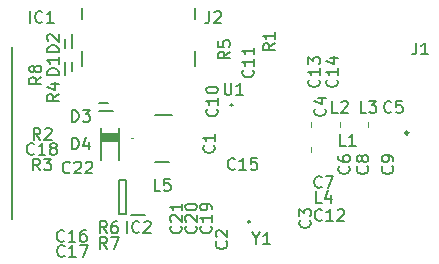
<source format=gto>
G04 #@! TF.GenerationSoftware,KiCad,Pcbnew,7.0.6-7.0.6~ubuntu23.04.1*
G04 #@! TF.CreationDate,2023-07-23T13:36:01+02:00*
G04 #@! TF.ProjectId,CoralWave,436f7261-6c57-4617-9665-2e6b69636164,rev?*
G04 #@! TF.SameCoordinates,Original*
G04 #@! TF.FileFunction,Legend,Top*
G04 #@! TF.FilePolarity,Positive*
%FSLAX46Y46*%
G04 Gerber Fmt 4.6, Leading zero omitted, Abs format (unit mm)*
G04 Created by KiCad (PCBNEW 7.0.6-7.0.6~ubuntu23.04.1) date 2023-07-23 13:36:01*
%MOMM*%
%LPD*%
G01*
G04 APERTURE LIST*
%ADD10C,0.153000*%
%ADD11C,0.100000*%
%ADD12C,0.200000*%
%ADD13C,0.250000*%
%ADD14C,0.127000*%
%ADD15C,0.010000*%
%ADD16R,1.100000X3.700000*%
%ADD17C,0.650000*%
%ADD18R,0.600000X1.030000*%
%ADD19R,0.600000X1.080000*%
%ADD20R,0.300000X1.150000*%
%ADD21O,1.050000X2.100000*%
%ADD22O,1.000000X2.000000*%
%ADD23R,0.947699X0.254800*%
%ADD24R,0.254800X0.947699*%
%ADD25R,0.650000X0.720000*%
%ADD26R,0.720000X0.650000*%
%ADD27R,0.900000X1.500000*%
%ADD28R,0.700000X0.700000*%
%ADD29R,5.080000X2.290000*%
%ADD30R,5.080000X2.415000*%
%ADD31R,0.600000X0.750000*%
%ADD32R,1.400000X1.200000*%
%ADD33R,0.600000X0.620000*%
%ADD34R,0.620000X0.600000*%
%ADD35R,0.900000X0.950000*%
%ADD36R,0.750000X0.600000*%
%ADD37R,0.750000X0.940000*%
%ADD38R,0.350000X0.650000*%
%ADD39R,1.219200X0.914400*%
%ADD40R,0.430000X0.320000*%
%ADD41R,0.320000X0.430000*%
%ADD42R,0.600000X0.700000*%
%ADD43R,1.200000X0.600000*%
G04 APERTURE END LIST*
D10*
X125123333Y-63954663D02*
X124647143Y-63954663D01*
X124647143Y-63954663D02*
X124647143Y-62954663D01*
X125932857Y-62954663D02*
X125456667Y-62954663D01*
X125456667Y-62954663D02*
X125409048Y-63430853D01*
X125409048Y-63430853D02*
X125456667Y-63383234D01*
X125456667Y-63383234D02*
X125551905Y-63335615D01*
X125551905Y-63335615D02*
X125790000Y-63335615D01*
X125790000Y-63335615D02*
X125885238Y-63383234D01*
X125885238Y-63383234D02*
X125932857Y-63430853D01*
X125932857Y-63430853D02*
X125980476Y-63526091D01*
X125980476Y-63526091D02*
X125980476Y-63764186D01*
X125980476Y-63764186D02*
X125932857Y-63859424D01*
X125932857Y-63859424D02*
X125885238Y-63907044D01*
X125885238Y-63907044D02*
X125790000Y-63954663D01*
X125790000Y-63954663D02*
X125551905Y-63954663D01*
X125551905Y-63954663D02*
X125456667Y-63907044D01*
X125456667Y-63907044D02*
X125409048Y-63859424D01*
X129266666Y-48754663D02*
X129266666Y-49468948D01*
X129266666Y-49468948D02*
X129219047Y-49611805D01*
X129219047Y-49611805D02*
X129123809Y-49707044D01*
X129123809Y-49707044D02*
X128980952Y-49754663D01*
X128980952Y-49754663D02*
X128885714Y-49754663D01*
X129695238Y-48849901D02*
X129742857Y-48802282D01*
X129742857Y-48802282D02*
X129838095Y-48754663D01*
X129838095Y-48754663D02*
X130076190Y-48754663D01*
X130076190Y-48754663D02*
X130171428Y-48802282D01*
X130171428Y-48802282D02*
X130219047Y-48849901D01*
X130219047Y-48849901D02*
X130266666Y-48945139D01*
X130266666Y-48945139D02*
X130266666Y-49040377D01*
X130266666Y-49040377D02*
X130219047Y-49183234D01*
X130219047Y-49183234D02*
X129647619Y-49754663D01*
X129647619Y-49754663D02*
X130266666Y-49754663D01*
X130556095Y-54826663D02*
X130556095Y-55636186D01*
X130556095Y-55636186D02*
X130603714Y-55731424D01*
X130603714Y-55731424D02*
X130651333Y-55779044D01*
X130651333Y-55779044D02*
X130746571Y-55826663D01*
X130746571Y-55826663D02*
X130937047Y-55826663D01*
X130937047Y-55826663D02*
X131032285Y-55779044D01*
X131032285Y-55779044D02*
X131079904Y-55731424D01*
X131079904Y-55731424D02*
X131127523Y-55636186D01*
X131127523Y-55636186D02*
X131127523Y-54826663D01*
X132127523Y-55826663D02*
X131556095Y-55826663D01*
X131841809Y-55826663D02*
X131841809Y-54826663D01*
X131841809Y-54826663D02*
X131746571Y-54969520D01*
X131746571Y-54969520D02*
X131651333Y-55064758D01*
X131651333Y-55064758D02*
X131556095Y-55112377D01*
X114085810Y-49730663D02*
X114085810Y-48730663D01*
X115133428Y-49635424D02*
X115085809Y-49683044D01*
X115085809Y-49683044D02*
X114942952Y-49730663D01*
X114942952Y-49730663D02*
X114847714Y-49730663D01*
X114847714Y-49730663D02*
X114704857Y-49683044D01*
X114704857Y-49683044D02*
X114609619Y-49587805D01*
X114609619Y-49587805D02*
X114562000Y-49492567D01*
X114562000Y-49492567D02*
X114514381Y-49302091D01*
X114514381Y-49302091D02*
X114514381Y-49159234D01*
X114514381Y-49159234D02*
X114562000Y-48968758D01*
X114562000Y-48968758D02*
X114609619Y-48873520D01*
X114609619Y-48873520D02*
X114704857Y-48778282D01*
X114704857Y-48778282D02*
X114847714Y-48730663D01*
X114847714Y-48730663D02*
X114942952Y-48730663D01*
X114942952Y-48730663D02*
X115085809Y-48778282D01*
X115085809Y-48778282D02*
X115133428Y-48825901D01*
X116085809Y-49730663D02*
X115514381Y-49730663D01*
X115800095Y-49730663D02*
X115800095Y-48730663D01*
X115800095Y-48730663D02*
X115704857Y-48873520D01*
X115704857Y-48873520D02*
X115609619Y-48968758D01*
X115609619Y-48968758D02*
X115514381Y-49016377D01*
X146790866Y-51406663D02*
X146790866Y-52120948D01*
X146790866Y-52120948D02*
X146743247Y-52263805D01*
X146743247Y-52263805D02*
X146648009Y-52359044D01*
X146648009Y-52359044D02*
X146505152Y-52406663D01*
X146505152Y-52406663D02*
X146409914Y-52406663D01*
X147790866Y-52406663D02*
X147219438Y-52406663D01*
X147505152Y-52406663D02*
X147505152Y-51406663D01*
X147505152Y-51406663D02*
X147409914Y-51549520D01*
X147409914Y-51549520D02*
X147314676Y-51644758D01*
X147314676Y-51644758D02*
X147219438Y-51692377D01*
X115034663Y-54316666D02*
X114558472Y-54649999D01*
X115034663Y-54888094D02*
X114034663Y-54888094D01*
X114034663Y-54888094D02*
X114034663Y-54507142D01*
X114034663Y-54507142D02*
X114082282Y-54411904D01*
X114082282Y-54411904D02*
X114129901Y-54364285D01*
X114129901Y-54364285D02*
X114225139Y-54316666D01*
X114225139Y-54316666D02*
X114367996Y-54316666D01*
X114367996Y-54316666D02*
X114463234Y-54364285D01*
X114463234Y-54364285D02*
X114510853Y-54411904D01*
X114510853Y-54411904D02*
X114558472Y-54507142D01*
X114558472Y-54507142D02*
X114558472Y-54888094D01*
X114463234Y-53745237D02*
X114415615Y-53840475D01*
X114415615Y-53840475D02*
X114367996Y-53888094D01*
X114367996Y-53888094D02*
X114272758Y-53935713D01*
X114272758Y-53935713D02*
X114225139Y-53935713D01*
X114225139Y-53935713D02*
X114129901Y-53888094D01*
X114129901Y-53888094D02*
X114082282Y-53840475D01*
X114082282Y-53840475D02*
X114034663Y-53745237D01*
X114034663Y-53745237D02*
X114034663Y-53554761D01*
X114034663Y-53554761D02*
X114082282Y-53459523D01*
X114082282Y-53459523D02*
X114129901Y-53411904D01*
X114129901Y-53411904D02*
X114225139Y-53364285D01*
X114225139Y-53364285D02*
X114272758Y-53364285D01*
X114272758Y-53364285D02*
X114367996Y-53411904D01*
X114367996Y-53411904D02*
X114415615Y-53459523D01*
X114415615Y-53459523D02*
X114463234Y-53554761D01*
X114463234Y-53554761D02*
X114463234Y-53745237D01*
X114463234Y-53745237D02*
X114510853Y-53840475D01*
X114510853Y-53840475D02*
X114558472Y-53888094D01*
X114558472Y-53888094D02*
X114653710Y-53935713D01*
X114653710Y-53935713D02*
X114844186Y-53935713D01*
X114844186Y-53935713D02*
X114939424Y-53888094D01*
X114939424Y-53888094D02*
X114987044Y-53840475D01*
X114987044Y-53840475D02*
X115034663Y-53745237D01*
X115034663Y-53745237D02*
X115034663Y-53554761D01*
X115034663Y-53554761D02*
X114987044Y-53459523D01*
X114987044Y-53459523D02*
X114939424Y-53411904D01*
X114939424Y-53411904D02*
X114844186Y-53364285D01*
X114844186Y-53364285D02*
X114653710Y-53364285D01*
X114653710Y-53364285D02*
X114558472Y-53411904D01*
X114558472Y-53411904D02*
X114510853Y-53459523D01*
X114510853Y-53459523D02*
X114463234Y-53554761D01*
X133223809Y-67978472D02*
X133223809Y-68454663D01*
X132890476Y-67454663D02*
X133223809Y-67978472D01*
X133223809Y-67978472D02*
X133557142Y-67454663D01*
X134414285Y-68454663D02*
X133842857Y-68454663D01*
X134128571Y-68454663D02*
X134128571Y-67454663D01*
X134128571Y-67454663D02*
X134033333Y-67597520D01*
X134033333Y-67597520D02*
X133938095Y-67692758D01*
X133938095Y-67692758D02*
X133842857Y-67740377D01*
X116977142Y-68177424D02*
X116929523Y-68225044D01*
X116929523Y-68225044D02*
X116786666Y-68272663D01*
X116786666Y-68272663D02*
X116691428Y-68272663D01*
X116691428Y-68272663D02*
X116548571Y-68225044D01*
X116548571Y-68225044D02*
X116453333Y-68129805D01*
X116453333Y-68129805D02*
X116405714Y-68034567D01*
X116405714Y-68034567D02*
X116358095Y-67844091D01*
X116358095Y-67844091D02*
X116358095Y-67701234D01*
X116358095Y-67701234D02*
X116405714Y-67510758D01*
X116405714Y-67510758D02*
X116453333Y-67415520D01*
X116453333Y-67415520D02*
X116548571Y-67320282D01*
X116548571Y-67320282D02*
X116691428Y-67272663D01*
X116691428Y-67272663D02*
X116786666Y-67272663D01*
X116786666Y-67272663D02*
X116929523Y-67320282D01*
X116929523Y-67320282D02*
X116977142Y-67367901D01*
X117929523Y-68272663D02*
X117358095Y-68272663D01*
X117643809Y-68272663D02*
X117643809Y-67272663D01*
X117643809Y-67272663D02*
X117548571Y-67415520D01*
X117548571Y-67415520D02*
X117453333Y-67510758D01*
X117453333Y-67510758D02*
X117358095Y-67558377D01*
X118786666Y-67272663D02*
X118596190Y-67272663D01*
X118596190Y-67272663D02*
X118500952Y-67320282D01*
X118500952Y-67320282D02*
X118453333Y-67367901D01*
X118453333Y-67367901D02*
X118358095Y-67510758D01*
X118358095Y-67510758D02*
X118310476Y-67701234D01*
X118310476Y-67701234D02*
X118310476Y-68082186D01*
X118310476Y-68082186D02*
X118358095Y-68177424D01*
X118358095Y-68177424D02*
X118405714Y-68225044D01*
X118405714Y-68225044D02*
X118500952Y-68272663D01*
X118500952Y-68272663D02*
X118691428Y-68272663D01*
X118691428Y-68272663D02*
X118786666Y-68225044D01*
X118786666Y-68225044D02*
X118834285Y-68177424D01*
X118834285Y-68177424D02*
X118881904Y-68082186D01*
X118881904Y-68082186D02*
X118881904Y-67844091D01*
X118881904Y-67844091D02*
X118834285Y-67748853D01*
X118834285Y-67748853D02*
X118786666Y-67701234D01*
X118786666Y-67701234D02*
X118691428Y-67653615D01*
X118691428Y-67653615D02*
X118500952Y-67653615D01*
X118500952Y-67653615D02*
X118405714Y-67701234D01*
X118405714Y-67701234D02*
X118358095Y-67748853D01*
X118358095Y-67748853D02*
X118310476Y-67844091D01*
X130699424Y-68238666D02*
X130747044Y-68286285D01*
X130747044Y-68286285D02*
X130794663Y-68429142D01*
X130794663Y-68429142D02*
X130794663Y-68524380D01*
X130794663Y-68524380D02*
X130747044Y-68667237D01*
X130747044Y-68667237D02*
X130651805Y-68762475D01*
X130651805Y-68762475D02*
X130556567Y-68810094D01*
X130556567Y-68810094D02*
X130366091Y-68857713D01*
X130366091Y-68857713D02*
X130223234Y-68857713D01*
X130223234Y-68857713D02*
X130032758Y-68810094D01*
X130032758Y-68810094D02*
X129937520Y-68762475D01*
X129937520Y-68762475D02*
X129842282Y-68667237D01*
X129842282Y-68667237D02*
X129794663Y-68524380D01*
X129794663Y-68524380D02*
X129794663Y-68429142D01*
X129794663Y-68429142D02*
X129842282Y-68286285D01*
X129842282Y-68286285D02*
X129889901Y-68238666D01*
X129889901Y-67857713D02*
X129842282Y-67810094D01*
X129842282Y-67810094D02*
X129794663Y-67714856D01*
X129794663Y-67714856D02*
X129794663Y-67476761D01*
X129794663Y-67476761D02*
X129842282Y-67381523D01*
X129842282Y-67381523D02*
X129889901Y-67333904D01*
X129889901Y-67333904D02*
X129985139Y-67286285D01*
X129985139Y-67286285D02*
X130080377Y-67286285D01*
X130080377Y-67286285D02*
X130223234Y-67333904D01*
X130223234Y-67333904D02*
X130794663Y-67905332D01*
X130794663Y-67905332D02*
X130794663Y-67286285D01*
X144683333Y-57255424D02*
X144635714Y-57303044D01*
X144635714Y-57303044D02*
X144492857Y-57350663D01*
X144492857Y-57350663D02*
X144397619Y-57350663D01*
X144397619Y-57350663D02*
X144254762Y-57303044D01*
X144254762Y-57303044D02*
X144159524Y-57207805D01*
X144159524Y-57207805D02*
X144111905Y-57112567D01*
X144111905Y-57112567D02*
X144064286Y-56922091D01*
X144064286Y-56922091D02*
X144064286Y-56779234D01*
X144064286Y-56779234D02*
X144111905Y-56588758D01*
X144111905Y-56588758D02*
X144159524Y-56493520D01*
X144159524Y-56493520D02*
X144254762Y-56398282D01*
X144254762Y-56398282D02*
X144397619Y-56350663D01*
X144397619Y-56350663D02*
X144492857Y-56350663D01*
X144492857Y-56350663D02*
X144635714Y-56398282D01*
X144635714Y-56398282D02*
X144683333Y-56445901D01*
X145588095Y-56350663D02*
X145111905Y-56350663D01*
X145111905Y-56350663D02*
X145064286Y-56826853D01*
X145064286Y-56826853D02*
X145111905Y-56779234D01*
X145111905Y-56779234D02*
X145207143Y-56731615D01*
X145207143Y-56731615D02*
X145445238Y-56731615D01*
X145445238Y-56731615D02*
X145540476Y-56779234D01*
X145540476Y-56779234D02*
X145588095Y-56826853D01*
X145588095Y-56826853D02*
X145635714Y-56922091D01*
X145635714Y-56922091D02*
X145635714Y-57160186D01*
X145635714Y-57160186D02*
X145588095Y-57255424D01*
X145588095Y-57255424D02*
X145540476Y-57303044D01*
X145540476Y-57303044D02*
X145445238Y-57350663D01*
X145445238Y-57350663D02*
X145207143Y-57350663D01*
X145207143Y-57350663D02*
X145111905Y-57303044D01*
X145111905Y-57303044D02*
X145064286Y-57255424D01*
X120583333Y-67534663D02*
X120250000Y-67058472D01*
X120011905Y-67534663D02*
X120011905Y-66534663D01*
X120011905Y-66534663D02*
X120392857Y-66534663D01*
X120392857Y-66534663D02*
X120488095Y-66582282D01*
X120488095Y-66582282D02*
X120535714Y-66629901D01*
X120535714Y-66629901D02*
X120583333Y-66725139D01*
X120583333Y-66725139D02*
X120583333Y-66867996D01*
X120583333Y-66867996D02*
X120535714Y-66963234D01*
X120535714Y-66963234D02*
X120488095Y-67010853D01*
X120488095Y-67010853D02*
X120392857Y-67058472D01*
X120392857Y-67058472D02*
X120011905Y-67058472D01*
X121440476Y-66534663D02*
X121250000Y-66534663D01*
X121250000Y-66534663D02*
X121154762Y-66582282D01*
X121154762Y-66582282D02*
X121107143Y-66629901D01*
X121107143Y-66629901D02*
X121011905Y-66772758D01*
X121011905Y-66772758D02*
X120964286Y-66963234D01*
X120964286Y-66963234D02*
X120964286Y-67344186D01*
X120964286Y-67344186D02*
X121011905Y-67439424D01*
X121011905Y-67439424D02*
X121059524Y-67487044D01*
X121059524Y-67487044D02*
X121154762Y-67534663D01*
X121154762Y-67534663D02*
X121345238Y-67534663D01*
X121345238Y-67534663D02*
X121440476Y-67487044D01*
X121440476Y-67487044D02*
X121488095Y-67439424D01*
X121488095Y-67439424D02*
X121535714Y-67344186D01*
X121535714Y-67344186D02*
X121535714Y-67106091D01*
X121535714Y-67106091D02*
X121488095Y-67010853D01*
X121488095Y-67010853D02*
X121440476Y-66963234D01*
X121440476Y-66963234D02*
X121345238Y-66915615D01*
X121345238Y-66915615D02*
X121154762Y-66915615D01*
X121154762Y-66915615D02*
X121059524Y-66963234D01*
X121059524Y-66963234D02*
X121011905Y-67010853D01*
X121011905Y-67010853D02*
X120964286Y-67106091D01*
X129391424Y-66936857D02*
X129439044Y-66984476D01*
X129439044Y-66984476D02*
X129486663Y-67127333D01*
X129486663Y-67127333D02*
X129486663Y-67222571D01*
X129486663Y-67222571D02*
X129439044Y-67365428D01*
X129439044Y-67365428D02*
X129343805Y-67460666D01*
X129343805Y-67460666D02*
X129248567Y-67508285D01*
X129248567Y-67508285D02*
X129058091Y-67555904D01*
X129058091Y-67555904D02*
X128915234Y-67555904D01*
X128915234Y-67555904D02*
X128724758Y-67508285D01*
X128724758Y-67508285D02*
X128629520Y-67460666D01*
X128629520Y-67460666D02*
X128534282Y-67365428D01*
X128534282Y-67365428D02*
X128486663Y-67222571D01*
X128486663Y-67222571D02*
X128486663Y-67127333D01*
X128486663Y-67127333D02*
X128534282Y-66984476D01*
X128534282Y-66984476D02*
X128581901Y-66936857D01*
X129486663Y-65984476D02*
X129486663Y-66555904D01*
X129486663Y-66270190D02*
X128486663Y-66270190D01*
X128486663Y-66270190D02*
X128629520Y-66365428D01*
X128629520Y-66365428D02*
X128724758Y-66460666D01*
X128724758Y-66460666D02*
X128772377Y-66555904D01*
X129486663Y-65508285D02*
X129486663Y-65317809D01*
X129486663Y-65317809D02*
X129439044Y-65222571D01*
X129439044Y-65222571D02*
X129391424Y-65174952D01*
X129391424Y-65174952D02*
X129248567Y-65079714D01*
X129248567Y-65079714D02*
X129058091Y-65032095D01*
X129058091Y-65032095D02*
X128677139Y-65032095D01*
X128677139Y-65032095D02*
X128581901Y-65079714D01*
X128581901Y-65079714D02*
X128534282Y-65127333D01*
X128534282Y-65127333D02*
X128486663Y-65222571D01*
X128486663Y-65222571D02*
X128486663Y-65413047D01*
X128486663Y-65413047D02*
X128534282Y-65508285D01*
X128534282Y-65508285D02*
X128581901Y-65555904D01*
X128581901Y-65555904D02*
X128677139Y-65603523D01*
X128677139Y-65603523D02*
X128915234Y-65603523D01*
X128915234Y-65603523D02*
X129010472Y-65555904D01*
X129010472Y-65555904D02*
X129058091Y-65508285D01*
X129058091Y-65508285D02*
X129105710Y-65413047D01*
X129105710Y-65413047D02*
X129105710Y-65222571D01*
X129105710Y-65222571D02*
X129058091Y-65127333D01*
X129058091Y-65127333D02*
X129010472Y-65079714D01*
X129010472Y-65079714D02*
X128915234Y-65032095D01*
X141075424Y-61888666D02*
X141123044Y-61936285D01*
X141123044Y-61936285D02*
X141170663Y-62079142D01*
X141170663Y-62079142D02*
X141170663Y-62174380D01*
X141170663Y-62174380D02*
X141123044Y-62317237D01*
X141123044Y-62317237D02*
X141027805Y-62412475D01*
X141027805Y-62412475D02*
X140932567Y-62460094D01*
X140932567Y-62460094D02*
X140742091Y-62507713D01*
X140742091Y-62507713D02*
X140599234Y-62507713D01*
X140599234Y-62507713D02*
X140408758Y-62460094D01*
X140408758Y-62460094D02*
X140313520Y-62412475D01*
X140313520Y-62412475D02*
X140218282Y-62317237D01*
X140218282Y-62317237D02*
X140170663Y-62174380D01*
X140170663Y-62174380D02*
X140170663Y-62079142D01*
X140170663Y-62079142D02*
X140218282Y-61936285D01*
X140218282Y-61936285D02*
X140265901Y-61888666D01*
X140170663Y-61031523D02*
X140170663Y-61221999D01*
X140170663Y-61221999D02*
X140218282Y-61317237D01*
X140218282Y-61317237D02*
X140265901Y-61364856D01*
X140265901Y-61364856D02*
X140408758Y-61460094D01*
X140408758Y-61460094D02*
X140599234Y-61507713D01*
X140599234Y-61507713D02*
X140980186Y-61507713D01*
X140980186Y-61507713D02*
X141075424Y-61460094D01*
X141075424Y-61460094D02*
X141123044Y-61412475D01*
X141123044Y-61412475D02*
X141170663Y-61317237D01*
X141170663Y-61317237D02*
X141170663Y-61126761D01*
X141170663Y-61126761D02*
X141123044Y-61031523D01*
X141123044Y-61031523D02*
X141075424Y-60983904D01*
X141075424Y-60983904D02*
X140980186Y-60936285D01*
X140980186Y-60936285D02*
X140742091Y-60936285D01*
X140742091Y-60936285D02*
X140646853Y-60983904D01*
X140646853Y-60983904D02*
X140599234Y-61031523D01*
X140599234Y-61031523D02*
X140551615Y-61126761D01*
X140551615Y-61126761D02*
X140551615Y-61317237D01*
X140551615Y-61317237D02*
X140599234Y-61412475D01*
X140599234Y-61412475D02*
X140646853Y-61460094D01*
X140646853Y-61460094D02*
X140742091Y-61507713D01*
X138535424Y-54532857D02*
X138583044Y-54580476D01*
X138583044Y-54580476D02*
X138630663Y-54723333D01*
X138630663Y-54723333D02*
X138630663Y-54818571D01*
X138630663Y-54818571D02*
X138583044Y-54961428D01*
X138583044Y-54961428D02*
X138487805Y-55056666D01*
X138487805Y-55056666D02*
X138392567Y-55104285D01*
X138392567Y-55104285D02*
X138202091Y-55151904D01*
X138202091Y-55151904D02*
X138059234Y-55151904D01*
X138059234Y-55151904D02*
X137868758Y-55104285D01*
X137868758Y-55104285D02*
X137773520Y-55056666D01*
X137773520Y-55056666D02*
X137678282Y-54961428D01*
X137678282Y-54961428D02*
X137630663Y-54818571D01*
X137630663Y-54818571D02*
X137630663Y-54723333D01*
X137630663Y-54723333D02*
X137678282Y-54580476D01*
X137678282Y-54580476D02*
X137725901Y-54532857D01*
X138630663Y-53580476D02*
X138630663Y-54151904D01*
X138630663Y-53866190D02*
X137630663Y-53866190D01*
X137630663Y-53866190D02*
X137773520Y-53961428D01*
X137773520Y-53961428D02*
X137868758Y-54056666D01*
X137868758Y-54056666D02*
X137916377Y-54151904D01*
X137630663Y-53247142D02*
X137630663Y-52628095D01*
X137630663Y-52628095D02*
X138011615Y-52961428D01*
X138011615Y-52961428D02*
X138011615Y-52818571D01*
X138011615Y-52818571D02*
X138059234Y-52723333D01*
X138059234Y-52723333D02*
X138106853Y-52675714D01*
X138106853Y-52675714D02*
X138202091Y-52628095D01*
X138202091Y-52628095D02*
X138440186Y-52628095D01*
X138440186Y-52628095D02*
X138535424Y-52675714D01*
X138535424Y-52675714D02*
X138583044Y-52723333D01*
X138583044Y-52723333D02*
X138630663Y-52818571D01*
X138630663Y-52818571D02*
X138630663Y-53104285D01*
X138630663Y-53104285D02*
X138583044Y-53199523D01*
X138583044Y-53199523D02*
X138535424Y-53247142D01*
X114963333Y-59634663D02*
X114630000Y-59158472D01*
X114391905Y-59634663D02*
X114391905Y-58634663D01*
X114391905Y-58634663D02*
X114772857Y-58634663D01*
X114772857Y-58634663D02*
X114868095Y-58682282D01*
X114868095Y-58682282D02*
X114915714Y-58729901D01*
X114915714Y-58729901D02*
X114963333Y-58825139D01*
X114963333Y-58825139D02*
X114963333Y-58967996D01*
X114963333Y-58967996D02*
X114915714Y-59063234D01*
X114915714Y-59063234D02*
X114868095Y-59110853D01*
X114868095Y-59110853D02*
X114772857Y-59158472D01*
X114772857Y-59158472D02*
X114391905Y-59158472D01*
X115344286Y-58729901D02*
X115391905Y-58682282D01*
X115391905Y-58682282D02*
X115487143Y-58634663D01*
X115487143Y-58634663D02*
X115725238Y-58634663D01*
X115725238Y-58634663D02*
X115820476Y-58682282D01*
X115820476Y-58682282D02*
X115868095Y-58729901D01*
X115868095Y-58729901D02*
X115915714Y-58825139D01*
X115915714Y-58825139D02*
X115915714Y-58920377D01*
X115915714Y-58920377D02*
X115868095Y-59063234D01*
X115868095Y-59063234D02*
X115296667Y-59634663D01*
X115296667Y-59634663D02*
X115915714Y-59634663D01*
X117457142Y-62389424D02*
X117409523Y-62437044D01*
X117409523Y-62437044D02*
X117266666Y-62484663D01*
X117266666Y-62484663D02*
X117171428Y-62484663D01*
X117171428Y-62484663D02*
X117028571Y-62437044D01*
X117028571Y-62437044D02*
X116933333Y-62341805D01*
X116933333Y-62341805D02*
X116885714Y-62246567D01*
X116885714Y-62246567D02*
X116838095Y-62056091D01*
X116838095Y-62056091D02*
X116838095Y-61913234D01*
X116838095Y-61913234D02*
X116885714Y-61722758D01*
X116885714Y-61722758D02*
X116933333Y-61627520D01*
X116933333Y-61627520D02*
X117028571Y-61532282D01*
X117028571Y-61532282D02*
X117171428Y-61484663D01*
X117171428Y-61484663D02*
X117266666Y-61484663D01*
X117266666Y-61484663D02*
X117409523Y-61532282D01*
X117409523Y-61532282D02*
X117457142Y-61579901D01*
X117838095Y-61579901D02*
X117885714Y-61532282D01*
X117885714Y-61532282D02*
X117980952Y-61484663D01*
X117980952Y-61484663D02*
X118219047Y-61484663D01*
X118219047Y-61484663D02*
X118314285Y-61532282D01*
X118314285Y-61532282D02*
X118361904Y-61579901D01*
X118361904Y-61579901D02*
X118409523Y-61675139D01*
X118409523Y-61675139D02*
X118409523Y-61770377D01*
X118409523Y-61770377D02*
X118361904Y-61913234D01*
X118361904Y-61913234D02*
X117790476Y-62484663D01*
X117790476Y-62484663D02*
X118409523Y-62484663D01*
X118790476Y-61579901D02*
X118838095Y-61532282D01*
X118838095Y-61532282D02*
X118933333Y-61484663D01*
X118933333Y-61484663D02*
X119171428Y-61484663D01*
X119171428Y-61484663D02*
X119266666Y-61532282D01*
X119266666Y-61532282D02*
X119314285Y-61579901D01*
X119314285Y-61579901D02*
X119361904Y-61675139D01*
X119361904Y-61675139D02*
X119361904Y-61770377D01*
X119361904Y-61770377D02*
X119314285Y-61913234D01*
X119314285Y-61913234D02*
X118742857Y-62484663D01*
X118742857Y-62484663D02*
X119361904Y-62484663D01*
X120583333Y-68874663D02*
X120250000Y-68398472D01*
X120011905Y-68874663D02*
X120011905Y-67874663D01*
X120011905Y-67874663D02*
X120392857Y-67874663D01*
X120392857Y-67874663D02*
X120488095Y-67922282D01*
X120488095Y-67922282D02*
X120535714Y-67969901D01*
X120535714Y-67969901D02*
X120583333Y-68065139D01*
X120583333Y-68065139D02*
X120583333Y-68207996D01*
X120583333Y-68207996D02*
X120535714Y-68303234D01*
X120535714Y-68303234D02*
X120488095Y-68350853D01*
X120488095Y-68350853D02*
X120392857Y-68398472D01*
X120392857Y-68398472D02*
X120011905Y-68398472D01*
X120916667Y-67874663D02*
X121583333Y-67874663D01*
X121583333Y-67874663D02*
X121154762Y-68874663D01*
X129645424Y-60110666D02*
X129693044Y-60158285D01*
X129693044Y-60158285D02*
X129740663Y-60301142D01*
X129740663Y-60301142D02*
X129740663Y-60396380D01*
X129740663Y-60396380D02*
X129693044Y-60539237D01*
X129693044Y-60539237D02*
X129597805Y-60634475D01*
X129597805Y-60634475D02*
X129502567Y-60682094D01*
X129502567Y-60682094D02*
X129312091Y-60729713D01*
X129312091Y-60729713D02*
X129169234Y-60729713D01*
X129169234Y-60729713D02*
X128978758Y-60682094D01*
X128978758Y-60682094D02*
X128883520Y-60634475D01*
X128883520Y-60634475D02*
X128788282Y-60539237D01*
X128788282Y-60539237D02*
X128740663Y-60396380D01*
X128740663Y-60396380D02*
X128740663Y-60301142D01*
X128740663Y-60301142D02*
X128788282Y-60158285D01*
X128788282Y-60158285D02*
X128835901Y-60110666D01*
X129740663Y-59158285D02*
X129740663Y-59729713D01*
X129740663Y-59443999D02*
X128740663Y-59443999D01*
X128740663Y-59443999D02*
X128883520Y-59539237D01*
X128883520Y-59539237D02*
X128978758Y-59634475D01*
X128978758Y-59634475D02*
X129026377Y-59729713D01*
X142553333Y-57350663D02*
X142077143Y-57350663D01*
X142077143Y-57350663D02*
X142077143Y-56350663D01*
X142791429Y-56350663D02*
X143410476Y-56350663D01*
X143410476Y-56350663D02*
X143077143Y-56731615D01*
X143077143Y-56731615D02*
X143220000Y-56731615D01*
X143220000Y-56731615D02*
X143315238Y-56779234D01*
X143315238Y-56779234D02*
X143362857Y-56826853D01*
X143362857Y-56826853D02*
X143410476Y-56922091D01*
X143410476Y-56922091D02*
X143410476Y-57160186D01*
X143410476Y-57160186D02*
X143362857Y-57255424D01*
X143362857Y-57255424D02*
X143315238Y-57303044D01*
X143315238Y-57303044D02*
X143220000Y-57350663D01*
X143220000Y-57350663D02*
X142934286Y-57350663D01*
X142934286Y-57350663D02*
X142839048Y-57303044D01*
X142839048Y-57303044D02*
X142791429Y-57255424D01*
X128121424Y-66936857D02*
X128169044Y-66984476D01*
X128169044Y-66984476D02*
X128216663Y-67127333D01*
X128216663Y-67127333D02*
X128216663Y-67222571D01*
X128216663Y-67222571D02*
X128169044Y-67365428D01*
X128169044Y-67365428D02*
X128073805Y-67460666D01*
X128073805Y-67460666D02*
X127978567Y-67508285D01*
X127978567Y-67508285D02*
X127788091Y-67555904D01*
X127788091Y-67555904D02*
X127645234Y-67555904D01*
X127645234Y-67555904D02*
X127454758Y-67508285D01*
X127454758Y-67508285D02*
X127359520Y-67460666D01*
X127359520Y-67460666D02*
X127264282Y-67365428D01*
X127264282Y-67365428D02*
X127216663Y-67222571D01*
X127216663Y-67222571D02*
X127216663Y-67127333D01*
X127216663Y-67127333D02*
X127264282Y-66984476D01*
X127264282Y-66984476D02*
X127311901Y-66936857D01*
X127311901Y-66555904D02*
X127264282Y-66508285D01*
X127264282Y-66508285D02*
X127216663Y-66413047D01*
X127216663Y-66413047D02*
X127216663Y-66174952D01*
X127216663Y-66174952D02*
X127264282Y-66079714D01*
X127264282Y-66079714D02*
X127311901Y-66032095D01*
X127311901Y-66032095D02*
X127407139Y-65984476D01*
X127407139Y-65984476D02*
X127502377Y-65984476D01*
X127502377Y-65984476D02*
X127645234Y-66032095D01*
X127645234Y-66032095D02*
X128216663Y-66603523D01*
X128216663Y-66603523D02*
X128216663Y-65984476D01*
X127216663Y-65365428D02*
X127216663Y-65270190D01*
X127216663Y-65270190D02*
X127264282Y-65174952D01*
X127264282Y-65174952D02*
X127311901Y-65127333D01*
X127311901Y-65127333D02*
X127407139Y-65079714D01*
X127407139Y-65079714D02*
X127597615Y-65032095D01*
X127597615Y-65032095D02*
X127835710Y-65032095D01*
X127835710Y-65032095D02*
X128026186Y-65079714D01*
X128026186Y-65079714D02*
X128121424Y-65127333D01*
X128121424Y-65127333D02*
X128169044Y-65174952D01*
X128169044Y-65174952D02*
X128216663Y-65270190D01*
X128216663Y-65270190D02*
X128216663Y-65365428D01*
X128216663Y-65365428D02*
X128169044Y-65460666D01*
X128169044Y-65460666D02*
X128121424Y-65508285D01*
X128121424Y-65508285D02*
X128026186Y-65555904D01*
X128026186Y-65555904D02*
X127835710Y-65603523D01*
X127835710Y-65603523D02*
X127597615Y-65603523D01*
X127597615Y-65603523D02*
X127407139Y-65555904D01*
X127407139Y-65555904D02*
X127311901Y-65508285D01*
X127311901Y-65508285D02*
X127264282Y-65460666D01*
X127264282Y-65460666D02*
X127216663Y-65365428D01*
X117625905Y-60454663D02*
X117625905Y-59454663D01*
X117625905Y-59454663D02*
X117864000Y-59454663D01*
X117864000Y-59454663D02*
X118006857Y-59502282D01*
X118006857Y-59502282D02*
X118102095Y-59597520D01*
X118102095Y-59597520D02*
X118149714Y-59692758D01*
X118149714Y-59692758D02*
X118197333Y-59883234D01*
X118197333Y-59883234D02*
X118197333Y-60026091D01*
X118197333Y-60026091D02*
X118149714Y-60216567D01*
X118149714Y-60216567D02*
X118102095Y-60311805D01*
X118102095Y-60311805D02*
X118006857Y-60407044D01*
X118006857Y-60407044D02*
X117864000Y-60454663D01*
X117864000Y-60454663D02*
X117625905Y-60454663D01*
X119054476Y-59787996D02*
X119054476Y-60454663D01*
X118816381Y-59407044D02*
X118578286Y-60121329D01*
X118578286Y-60121329D02*
X119197333Y-60121329D01*
X114933333Y-62234663D02*
X114600000Y-61758472D01*
X114361905Y-62234663D02*
X114361905Y-61234663D01*
X114361905Y-61234663D02*
X114742857Y-61234663D01*
X114742857Y-61234663D02*
X114838095Y-61282282D01*
X114838095Y-61282282D02*
X114885714Y-61329901D01*
X114885714Y-61329901D02*
X114933333Y-61425139D01*
X114933333Y-61425139D02*
X114933333Y-61567996D01*
X114933333Y-61567996D02*
X114885714Y-61663234D01*
X114885714Y-61663234D02*
X114838095Y-61710853D01*
X114838095Y-61710853D02*
X114742857Y-61758472D01*
X114742857Y-61758472D02*
X114361905Y-61758472D01*
X115266667Y-61234663D02*
X115885714Y-61234663D01*
X115885714Y-61234663D02*
X115552381Y-61615615D01*
X115552381Y-61615615D02*
X115695238Y-61615615D01*
X115695238Y-61615615D02*
X115790476Y-61663234D01*
X115790476Y-61663234D02*
X115838095Y-61710853D01*
X115838095Y-61710853D02*
X115885714Y-61806091D01*
X115885714Y-61806091D02*
X115885714Y-62044186D01*
X115885714Y-62044186D02*
X115838095Y-62139424D01*
X115838095Y-62139424D02*
X115790476Y-62187044D01*
X115790476Y-62187044D02*
X115695238Y-62234663D01*
X115695238Y-62234663D02*
X115409524Y-62234663D01*
X115409524Y-62234663D02*
X115314286Y-62187044D01*
X115314286Y-62187044D02*
X115266667Y-62139424D01*
X137773424Y-66460666D02*
X137821044Y-66508285D01*
X137821044Y-66508285D02*
X137868663Y-66651142D01*
X137868663Y-66651142D02*
X137868663Y-66746380D01*
X137868663Y-66746380D02*
X137821044Y-66889237D01*
X137821044Y-66889237D02*
X137725805Y-66984475D01*
X137725805Y-66984475D02*
X137630567Y-67032094D01*
X137630567Y-67032094D02*
X137440091Y-67079713D01*
X137440091Y-67079713D02*
X137297234Y-67079713D01*
X137297234Y-67079713D02*
X137106758Y-67032094D01*
X137106758Y-67032094D02*
X137011520Y-66984475D01*
X137011520Y-66984475D02*
X136916282Y-66889237D01*
X136916282Y-66889237D02*
X136868663Y-66746380D01*
X136868663Y-66746380D02*
X136868663Y-66651142D01*
X136868663Y-66651142D02*
X136916282Y-66508285D01*
X136916282Y-66508285D02*
X136963901Y-66460666D01*
X136868663Y-66127332D02*
X136868663Y-65508285D01*
X136868663Y-65508285D02*
X137249615Y-65841618D01*
X137249615Y-65841618D02*
X137249615Y-65698761D01*
X137249615Y-65698761D02*
X137297234Y-65603523D01*
X137297234Y-65603523D02*
X137344853Y-65555904D01*
X137344853Y-65555904D02*
X137440091Y-65508285D01*
X137440091Y-65508285D02*
X137678186Y-65508285D01*
X137678186Y-65508285D02*
X137773424Y-65555904D01*
X137773424Y-65555904D02*
X137821044Y-65603523D01*
X137821044Y-65603523D02*
X137868663Y-65698761D01*
X137868663Y-65698761D02*
X137868663Y-65984475D01*
X137868663Y-65984475D02*
X137821044Y-66079713D01*
X137821044Y-66079713D02*
X137773424Y-66127332D01*
X132947424Y-53728857D02*
X132995044Y-53776476D01*
X132995044Y-53776476D02*
X133042663Y-53919333D01*
X133042663Y-53919333D02*
X133042663Y-54014571D01*
X133042663Y-54014571D02*
X132995044Y-54157428D01*
X132995044Y-54157428D02*
X132899805Y-54252666D01*
X132899805Y-54252666D02*
X132804567Y-54300285D01*
X132804567Y-54300285D02*
X132614091Y-54347904D01*
X132614091Y-54347904D02*
X132471234Y-54347904D01*
X132471234Y-54347904D02*
X132280758Y-54300285D01*
X132280758Y-54300285D02*
X132185520Y-54252666D01*
X132185520Y-54252666D02*
X132090282Y-54157428D01*
X132090282Y-54157428D02*
X132042663Y-54014571D01*
X132042663Y-54014571D02*
X132042663Y-53919333D01*
X132042663Y-53919333D02*
X132090282Y-53776476D01*
X132090282Y-53776476D02*
X132137901Y-53728857D01*
X133042663Y-52776476D02*
X133042663Y-53347904D01*
X133042663Y-53062190D02*
X132042663Y-53062190D01*
X132042663Y-53062190D02*
X132185520Y-53157428D01*
X132185520Y-53157428D02*
X132280758Y-53252666D01*
X132280758Y-53252666D02*
X132328377Y-53347904D01*
X133042663Y-51824095D02*
X133042663Y-52395523D01*
X133042663Y-52109809D02*
X132042663Y-52109809D01*
X132042663Y-52109809D02*
X132185520Y-52205047D01*
X132185520Y-52205047D02*
X132280758Y-52300285D01*
X132280758Y-52300285D02*
X132328377Y-52395523D01*
X117625905Y-58112663D02*
X117625905Y-57112663D01*
X117625905Y-57112663D02*
X117864000Y-57112663D01*
X117864000Y-57112663D02*
X118006857Y-57160282D01*
X118006857Y-57160282D02*
X118102095Y-57255520D01*
X118102095Y-57255520D02*
X118149714Y-57350758D01*
X118149714Y-57350758D02*
X118197333Y-57541234D01*
X118197333Y-57541234D02*
X118197333Y-57684091D01*
X118197333Y-57684091D02*
X118149714Y-57874567D01*
X118149714Y-57874567D02*
X118102095Y-57969805D01*
X118102095Y-57969805D02*
X118006857Y-58065044D01*
X118006857Y-58065044D02*
X117864000Y-58112663D01*
X117864000Y-58112663D02*
X117625905Y-58112663D01*
X118530667Y-57112663D02*
X119149714Y-57112663D01*
X119149714Y-57112663D02*
X118816381Y-57493615D01*
X118816381Y-57493615D02*
X118959238Y-57493615D01*
X118959238Y-57493615D02*
X119054476Y-57541234D01*
X119054476Y-57541234D02*
X119102095Y-57588853D01*
X119102095Y-57588853D02*
X119149714Y-57684091D01*
X119149714Y-57684091D02*
X119149714Y-57922186D01*
X119149714Y-57922186D02*
X119102095Y-58017424D01*
X119102095Y-58017424D02*
X119054476Y-58065044D01*
X119054476Y-58065044D02*
X118959238Y-58112663D01*
X118959238Y-58112663D02*
X118673524Y-58112663D01*
X118673524Y-58112663D02*
X118578286Y-58065044D01*
X118578286Y-58065044D02*
X118530667Y-58017424D01*
X116532663Y-52218094D02*
X115532663Y-52218094D01*
X115532663Y-52218094D02*
X115532663Y-51979999D01*
X115532663Y-51979999D02*
X115580282Y-51837142D01*
X115580282Y-51837142D02*
X115675520Y-51741904D01*
X115675520Y-51741904D02*
X115770758Y-51694285D01*
X115770758Y-51694285D02*
X115961234Y-51646666D01*
X115961234Y-51646666D02*
X116104091Y-51646666D01*
X116104091Y-51646666D02*
X116294567Y-51694285D01*
X116294567Y-51694285D02*
X116389805Y-51741904D01*
X116389805Y-51741904D02*
X116485044Y-51837142D01*
X116485044Y-51837142D02*
X116532663Y-51979999D01*
X116532663Y-51979999D02*
X116532663Y-52218094D01*
X115627901Y-51265713D02*
X115580282Y-51218094D01*
X115580282Y-51218094D02*
X115532663Y-51122856D01*
X115532663Y-51122856D02*
X115532663Y-50884761D01*
X115532663Y-50884761D02*
X115580282Y-50789523D01*
X115580282Y-50789523D02*
X115627901Y-50741904D01*
X115627901Y-50741904D02*
X115723139Y-50694285D01*
X115723139Y-50694285D02*
X115818377Y-50694285D01*
X115818377Y-50694285D02*
X115961234Y-50741904D01*
X115961234Y-50741904D02*
X116532663Y-51313332D01*
X116532663Y-51313332D02*
X116532663Y-50694285D01*
X117007142Y-69447424D02*
X116959523Y-69495044D01*
X116959523Y-69495044D02*
X116816666Y-69542663D01*
X116816666Y-69542663D02*
X116721428Y-69542663D01*
X116721428Y-69542663D02*
X116578571Y-69495044D01*
X116578571Y-69495044D02*
X116483333Y-69399805D01*
X116483333Y-69399805D02*
X116435714Y-69304567D01*
X116435714Y-69304567D02*
X116388095Y-69114091D01*
X116388095Y-69114091D02*
X116388095Y-68971234D01*
X116388095Y-68971234D02*
X116435714Y-68780758D01*
X116435714Y-68780758D02*
X116483333Y-68685520D01*
X116483333Y-68685520D02*
X116578571Y-68590282D01*
X116578571Y-68590282D02*
X116721428Y-68542663D01*
X116721428Y-68542663D02*
X116816666Y-68542663D01*
X116816666Y-68542663D02*
X116959523Y-68590282D01*
X116959523Y-68590282D02*
X117007142Y-68637901D01*
X117959523Y-69542663D02*
X117388095Y-69542663D01*
X117673809Y-69542663D02*
X117673809Y-68542663D01*
X117673809Y-68542663D02*
X117578571Y-68685520D01*
X117578571Y-68685520D02*
X117483333Y-68780758D01*
X117483333Y-68780758D02*
X117388095Y-68828377D01*
X118292857Y-68542663D02*
X118959523Y-68542663D01*
X118959523Y-68542663D02*
X118530952Y-69542663D01*
X134820663Y-51474666D02*
X134344472Y-51807999D01*
X134820663Y-52046094D02*
X133820663Y-52046094D01*
X133820663Y-52046094D02*
X133820663Y-51665142D01*
X133820663Y-51665142D02*
X133868282Y-51569904D01*
X133868282Y-51569904D02*
X133915901Y-51522285D01*
X133915901Y-51522285D02*
X134011139Y-51474666D01*
X134011139Y-51474666D02*
X134153996Y-51474666D01*
X134153996Y-51474666D02*
X134249234Y-51522285D01*
X134249234Y-51522285D02*
X134296853Y-51569904D01*
X134296853Y-51569904D02*
X134344472Y-51665142D01*
X134344472Y-51665142D02*
X134344472Y-52046094D01*
X134820663Y-50522285D02*
X134820663Y-51093713D01*
X134820663Y-50807999D02*
X133820663Y-50807999D01*
X133820663Y-50807999D02*
X133963520Y-50903237D01*
X133963520Y-50903237D02*
X134058758Y-50998475D01*
X134058758Y-50998475D02*
X134106377Y-51093713D01*
X116532663Y-55776666D02*
X116056472Y-56109999D01*
X116532663Y-56348094D02*
X115532663Y-56348094D01*
X115532663Y-56348094D02*
X115532663Y-55967142D01*
X115532663Y-55967142D02*
X115580282Y-55871904D01*
X115580282Y-55871904D02*
X115627901Y-55824285D01*
X115627901Y-55824285D02*
X115723139Y-55776666D01*
X115723139Y-55776666D02*
X115865996Y-55776666D01*
X115865996Y-55776666D02*
X115961234Y-55824285D01*
X115961234Y-55824285D02*
X116008853Y-55871904D01*
X116008853Y-55871904D02*
X116056472Y-55967142D01*
X116056472Y-55967142D02*
X116056472Y-56348094D01*
X115865996Y-54919523D02*
X116532663Y-54919523D01*
X115485044Y-55157618D02*
X116199329Y-55395713D01*
X116199329Y-55395713D02*
X116199329Y-54776666D01*
X116532663Y-54158094D02*
X115532663Y-54158094D01*
X115532663Y-54158094D02*
X115532663Y-53919999D01*
X115532663Y-53919999D02*
X115580282Y-53777142D01*
X115580282Y-53777142D02*
X115675520Y-53681904D01*
X115675520Y-53681904D02*
X115770758Y-53634285D01*
X115770758Y-53634285D02*
X115961234Y-53586666D01*
X115961234Y-53586666D02*
X116104091Y-53586666D01*
X116104091Y-53586666D02*
X116294567Y-53634285D01*
X116294567Y-53634285D02*
X116389805Y-53681904D01*
X116389805Y-53681904D02*
X116485044Y-53777142D01*
X116485044Y-53777142D02*
X116532663Y-53919999D01*
X116532663Y-53919999D02*
X116532663Y-54158094D01*
X116532663Y-52634285D02*
X116532663Y-53205713D01*
X116532663Y-52919999D02*
X115532663Y-52919999D01*
X115532663Y-52919999D02*
X115675520Y-53015237D01*
X115675520Y-53015237D02*
X115770758Y-53110475D01*
X115770758Y-53110475D02*
X115818377Y-53205713D01*
X138771333Y-64970663D02*
X138295143Y-64970663D01*
X138295143Y-64970663D02*
X138295143Y-63970663D01*
X139533238Y-64303996D02*
X139533238Y-64970663D01*
X139295143Y-63923044D02*
X139057048Y-64637329D01*
X139057048Y-64637329D02*
X139676095Y-64637329D01*
X129899424Y-57030857D02*
X129947044Y-57078476D01*
X129947044Y-57078476D02*
X129994663Y-57221333D01*
X129994663Y-57221333D02*
X129994663Y-57316571D01*
X129994663Y-57316571D02*
X129947044Y-57459428D01*
X129947044Y-57459428D02*
X129851805Y-57554666D01*
X129851805Y-57554666D02*
X129756567Y-57602285D01*
X129756567Y-57602285D02*
X129566091Y-57649904D01*
X129566091Y-57649904D02*
X129423234Y-57649904D01*
X129423234Y-57649904D02*
X129232758Y-57602285D01*
X129232758Y-57602285D02*
X129137520Y-57554666D01*
X129137520Y-57554666D02*
X129042282Y-57459428D01*
X129042282Y-57459428D02*
X128994663Y-57316571D01*
X128994663Y-57316571D02*
X128994663Y-57221333D01*
X128994663Y-57221333D02*
X129042282Y-57078476D01*
X129042282Y-57078476D02*
X129089901Y-57030857D01*
X129994663Y-56078476D02*
X129994663Y-56649904D01*
X129994663Y-56364190D02*
X128994663Y-56364190D01*
X128994663Y-56364190D02*
X129137520Y-56459428D01*
X129137520Y-56459428D02*
X129232758Y-56554666D01*
X129232758Y-56554666D02*
X129280377Y-56649904D01*
X128994663Y-55459428D02*
X128994663Y-55364190D01*
X128994663Y-55364190D02*
X129042282Y-55268952D01*
X129042282Y-55268952D02*
X129089901Y-55221333D01*
X129089901Y-55221333D02*
X129185139Y-55173714D01*
X129185139Y-55173714D02*
X129375615Y-55126095D01*
X129375615Y-55126095D02*
X129613710Y-55126095D01*
X129613710Y-55126095D02*
X129804186Y-55173714D01*
X129804186Y-55173714D02*
X129899424Y-55221333D01*
X129899424Y-55221333D02*
X129947044Y-55268952D01*
X129947044Y-55268952D02*
X129994663Y-55364190D01*
X129994663Y-55364190D02*
X129994663Y-55459428D01*
X129994663Y-55459428D02*
X129947044Y-55554666D01*
X129947044Y-55554666D02*
X129899424Y-55602285D01*
X129899424Y-55602285D02*
X129804186Y-55649904D01*
X129804186Y-55649904D02*
X129613710Y-55697523D01*
X129613710Y-55697523D02*
X129375615Y-55697523D01*
X129375615Y-55697523D02*
X129185139Y-55649904D01*
X129185139Y-55649904D02*
X129089901Y-55602285D01*
X129089901Y-55602285D02*
X129042282Y-55554666D01*
X129042282Y-55554666D02*
X128994663Y-55459428D01*
X126851424Y-66936857D02*
X126899044Y-66984476D01*
X126899044Y-66984476D02*
X126946663Y-67127333D01*
X126946663Y-67127333D02*
X126946663Y-67222571D01*
X126946663Y-67222571D02*
X126899044Y-67365428D01*
X126899044Y-67365428D02*
X126803805Y-67460666D01*
X126803805Y-67460666D02*
X126708567Y-67508285D01*
X126708567Y-67508285D02*
X126518091Y-67555904D01*
X126518091Y-67555904D02*
X126375234Y-67555904D01*
X126375234Y-67555904D02*
X126184758Y-67508285D01*
X126184758Y-67508285D02*
X126089520Y-67460666D01*
X126089520Y-67460666D02*
X125994282Y-67365428D01*
X125994282Y-67365428D02*
X125946663Y-67222571D01*
X125946663Y-67222571D02*
X125946663Y-67127333D01*
X125946663Y-67127333D02*
X125994282Y-66984476D01*
X125994282Y-66984476D02*
X126041901Y-66936857D01*
X126041901Y-66555904D02*
X125994282Y-66508285D01*
X125994282Y-66508285D02*
X125946663Y-66413047D01*
X125946663Y-66413047D02*
X125946663Y-66174952D01*
X125946663Y-66174952D02*
X125994282Y-66079714D01*
X125994282Y-66079714D02*
X126041901Y-66032095D01*
X126041901Y-66032095D02*
X126137139Y-65984476D01*
X126137139Y-65984476D02*
X126232377Y-65984476D01*
X126232377Y-65984476D02*
X126375234Y-66032095D01*
X126375234Y-66032095D02*
X126946663Y-66603523D01*
X126946663Y-66603523D02*
X126946663Y-65984476D01*
X126946663Y-65032095D02*
X126946663Y-65603523D01*
X126946663Y-65317809D02*
X125946663Y-65317809D01*
X125946663Y-65317809D02*
X126089520Y-65413047D01*
X126089520Y-65413047D02*
X126184758Y-65508285D01*
X126184758Y-65508285D02*
X126232377Y-65603523D01*
X138771333Y-63605424D02*
X138723714Y-63653044D01*
X138723714Y-63653044D02*
X138580857Y-63700663D01*
X138580857Y-63700663D02*
X138485619Y-63700663D01*
X138485619Y-63700663D02*
X138342762Y-63653044D01*
X138342762Y-63653044D02*
X138247524Y-63557805D01*
X138247524Y-63557805D02*
X138199905Y-63462567D01*
X138199905Y-63462567D02*
X138152286Y-63272091D01*
X138152286Y-63272091D02*
X138152286Y-63129234D01*
X138152286Y-63129234D02*
X138199905Y-62938758D01*
X138199905Y-62938758D02*
X138247524Y-62843520D01*
X138247524Y-62843520D02*
X138342762Y-62748282D01*
X138342762Y-62748282D02*
X138485619Y-62700663D01*
X138485619Y-62700663D02*
X138580857Y-62700663D01*
X138580857Y-62700663D02*
X138723714Y-62748282D01*
X138723714Y-62748282D02*
X138771333Y-62795901D01*
X139104667Y-62700663D02*
X139771333Y-62700663D01*
X139771333Y-62700663D02*
X139342762Y-63700663D01*
X138803142Y-66399424D02*
X138755523Y-66447044D01*
X138755523Y-66447044D02*
X138612666Y-66494663D01*
X138612666Y-66494663D02*
X138517428Y-66494663D01*
X138517428Y-66494663D02*
X138374571Y-66447044D01*
X138374571Y-66447044D02*
X138279333Y-66351805D01*
X138279333Y-66351805D02*
X138231714Y-66256567D01*
X138231714Y-66256567D02*
X138184095Y-66066091D01*
X138184095Y-66066091D02*
X138184095Y-65923234D01*
X138184095Y-65923234D02*
X138231714Y-65732758D01*
X138231714Y-65732758D02*
X138279333Y-65637520D01*
X138279333Y-65637520D02*
X138374571Y-65542282D01*
X138374571Y-65542282D02*
X138517428Y-65494663D01*
X138517428Y-65494663D02*
X138612666Y-65494663D01*
X138612666Y-65494663D02*
X138755523Y-65542282D01*
X138755523Y-65542282D02*
X138803142Y-65589901D01*
X139755523Y-66494663D02*
X139184095Y-66494663D01*
X139469809Y-66494663D02*
X139469809Y-65494663D01*
X139469809Y-65494663D02*
X139374571Y-65637520D01*
X139374571Y-65637520D02*
X139279333Y-65732758D01*
X139279333Y-65732758D02*
X139184095Y-65780377D01*
X140136476Y-65589901D02*
X140184095Y-65542282D01*
X140184095Y-65542282D02*
X140279333Y-65494663D01*
X140279333Y-65494663D02*
X140517428Y-65494663D01*
X140517428Y-65494663D02*
X140612666Y-65542282D01*
X140612666Y-65542282D02*
X140660285Y-65589901D01*
X140660285Y-65589901D02*
X140707904Y-65685139D01*
X140707904Y-65685139D02*
X140707904Y-65780377D01*
X140707904Y-65780377D02*
X140660285Y-65923234D01*
X140660285Y-65923234D02*
X140088857Y-66494663D01*
X140088857Y-66494663D02*
X140707904Y-66494663D01*
X131010663Y-52166666D02*
X130534472Y-52499999D01*
X131010663Y-52738094D02*
X130010663Y-52738094D01*
X130010663Y-52738094D02*
X130010663Y-52357142D01*
X130010663Y-52357142D02*
X130058282Y-52261904D01*
X130058282Y-52261904D02*
X130105901Y-52214285D01*
X130105901Y-52214285D02*
X130201139Y-52166666D01*
X130201139Y-52166666D02*
X130343996Y-52166666D01*
X130343996Y-52166666D02*
X130439234Y-52214285D01*
X130439234Y-52214285D02*
X130486853Y-52261904D01*
X130486853Y-52261904D02*
X130534472Y-52357142D01*
X130534472Y-52357142D02*
X130534472Y-52738094D01*
X130010663Y-51261904D02*
X130010663Y-51738094D01*
X130010663Y-51738094D02*
X130486853Y-51785713D01*
X130486853Y-51785713D02*
X130439234Y-51738094D01*
X130439234Y-51738094D02*
X130391615Y-51642856D01*
X130391615Y-51642856D02*
X130391615Y-51404761D01*
X130391615Y-51404761D02*
X130439234Y-51309523D01*
X130439234Y-51309523D02*
X130486853Y-51261904D01*
X130486853Y-51261904D02*
X130582091Y-51214285D01*
X130582091Y-51214285D02*
X130820186Y-51214285D01*
X130820186Y-51214285D02*
X130915424Y-51261904D01*
X130915424Y-51261904D02*
X130963044Y-51309523D01*
X130963044Y-51309523D02*
X131010663Y-51404761D01*
X131010663Y-51404761D02*
X131010663Y-51642856D01*
X131010663Y-51642856D02*
X130963044Y-51738094D01*
X130963044Y-51738094D02*
X130915424Y-51785713D01*
X139043424Y-56986666D02*
X139091044Y-57034285D01*
X139091044Y-57034285D02*
X139138663Y-57177142D01*
X139138663Y-57177142D02*
X139138663Y-57272380D01*
X139138663Y-57272380D02*
X139091044Y-57415237D01*
X139091044Y-57415237D02*
X138995805Y-57510475D01*
X138995805Y-57510475D02*
X138900567Y-57558094D01*
X138900567Y-57558094D02*
X138710091Y-57605713D01*
X138710091Y-57605713D02*
X138567234Y-57605713D01*
X138567234Y-57605713D02*
X138376758Y-57558094D01*
X138376758Y-57558094D02*
X138281520Y-57510475D01*
X138281520Y-57510475D02*
X138186282Y-57415237D01*
X138186282Y-57415237D02*
X138138663Y-57272380D01*
X138138663Y-57272380D02*
X138138663Y-57177142D01*
X138138663Y-57177142D02*
X138186282Y-57034285D01*
X138186282Y-57034285D02*
X138233901Y-56986666D01*
X138471996Y-56129523D02*
X139138663Y-56129523D01*
X138091044Y-56367618D02*
X138805329Y-56605713D01*
X138805329Y-56605713D02*
X138805329Y-55986666D01*
X142639424Y-61888666D02*
X142687044Y-61936285D01*
X142687044Y-61936285D02*
X142734663Y-62079142D01*
X142734663Y-62079142D02*
X142734663Y-62174380D01*
X142734663Y-62174380D02*
X142687044Y-62317237D01*
X142687044Y-62317237D02*
X142591805Y-62412475D01*
X142591805Y-62412475D02*
X142496567Y-62460094D01*
X142496567Y-62460094D02*
X142306091Y-62507713D01*
X142306091Y-62507713D02*
X142163234Y-62507713D01*
X142163234Y-62507713D02*
X141972758Y-62460094D01*
X141972758Y-62460094D02*
X141877520Y-62412475D01*
X141877520Y-62412475D02*
X141782282Y-62317237D01*
X141782282Y-62317237D02*
X141734663Y-62174380D01*
X141734663Y-62174380D02*
X141734663Y-62079142D01*
X141734663Y-62079142D02*
X141782282Y-61936285D01*
X141782282Y-61936285D02*
X141829901Y-61888666D01*
X142163234Y-61317237D02*
X142115615Y-61412475D01*
X142115615Y-61412475D02*
X142067996Y-61460094D01*
X142067996Y-61460094D02*
X141972758Y-61507713D01*
X141972758Y-61507713D02*
X141925139Y-61507713D01*
X141925139Y-61507713D02*
X141829901Y-61460094D01*
X141829901Y-61460094D02*
X141782282Y-61412475D01*
X141782282Y-61412475D02*
X141734663Y-61317237D01*
X141734663Y-61317237D02*
X141734663Y-61126761D01*
X141734663Y-61126761D02*
X141782282Y-61031523D01*
X141782282Y-61031523D02*
X141829901Y-60983904D01*
X141829901Y-60983904D02*
X141925139Y-60936285D01*
X141925139Y-60936285D02*
X141972758Y-60936285D01*
X141972758Y-60936285D02*
X142067996Y-60983904D01*
X142067996Y-60983904D02*
X142115615Y-61031523D01*
X142115615Y-61031523D02*
X142163234Y-61126761D01*
X142163234Y-61126761D02*
X142163234Y-61317237D01*
X142163234Y-61317237D02*
X142210853Y-61412475D01*
X142210853Y-61412475D02*
X142258472Y-61460094D01*
X142258472Y-61460094D02*
X142353710Y-61507713D01*
X142353710Y-61507713D02*
X142544186Y-61507713D01*
X142544186Y-61507713D02*
X142639424Y-61460094D01*
X142639424Y-61460094D02*
X142687044Y-61412475D01*
X142687044Y-61412475D02*
X142734663Y-61317237D01*
X142734663Y-61317237D02*
X142734663Y-61126761D01*
X142734663Y-61126761D02*
X142687044Y-61031523D01*
X142687044Y-61031523D02*
X142639424Y-60983904D01*
X142639424Y-60983904D02*
X142544186Y-60936285D01*
X142544186Y-60936285D02*
X142353710Y-60936285D01*
X142353710Y-60936285D02*
X142258472Y-60983904D01*
X142258472Y-60983904D02*
X142210853Y-61031523D01*
X142210853Y-61031523D02*
X142163234Y-61126761D01*
X114437142Y-60809424D02*
X114389523Y-60857044D01*
X114389523Y-60857044D02*
X114246666Y-60904663D01*
X114246666Y-60904663D02*
X114151428Y-60904663D01*
X114151428Y-60904663D02*
X114008571Y-60857044D01*
X114008571Y-60857044D02*
X113913333Y-60761805D01*
X113913333Y-60761805D02*
X113865714Y-60666567D01*
X113865714Y-60666567D02*
X113818095Y-60476091D01*
X113818095Y-60476091D02*
X113818095Y-60333234D01*
X113818095Y-60333234D02*
X113865714Y-60142758D01*
X113865714Y-60142758D02*
X113913333Y-60047520D01*
X113913333Y-60047520D02*
X114008571Y-59952282D01*
X114008571Y-59952282D02*
X114151428Y-59904663D01*
X114151428Y-59904663D02*
X114246666Y-59904663D01*
X114246666Y-59904663D02*
X114389523Y-59952282D01*
X114389523Y-59952282D02*
X114437142Y-59999901D01*
X115389523Y-60904663D02*
X114818095Y-60904663D01*
X115103809Y-60904663D02*
X115103809Y-59904663D01*
X115103809Y-59904663D02*
X115008571Y-60047520D01*
X115008571Y-60047520D02*
X114913333Y-60142758D01*
X114913333Y-60142758D02*
X114818095Y-60190377D01*
X115960952Y-60333234D02*
X115865714Y-60285615D01*
X115865714Y-60285615D02*
X115818095Y-60237996D01*
X115818095Y-60237996D02*
X115770476Y-60142758D01*
X115770476Y-60142758D02*
X115770476Y-60095139D01*
X115770476Y-60095139D02*
X115818095Y-59999901D01*
X115818095Y-59999901D02*
X115865714Y-59952282D01*
X115865714Y-59952282D02*
X115960952Y-59904663D01*
X115960952Y-59904663D02*
X116151428Y-59904663D01*
X116151428Y-59904663D02*
X116246666Y-59952282D01*
X116246666Y-59952282D02*
X116294285Y-59999901D01*
X116294285Y-59999901D02*
X116341904Y-60095139D01*
X116341904Y-60095139D02*
X116341904Y-60142758D01*
X116341904Y-60142758D02*
X116294285Y-60237996D01*
X116294285Y-60237996D02*
X116246666Y-60285615D01*
X116246666Y-60285615D02*
X116151428Y-60333234D01*
X116151428Y-60333234D02*
X115960952Y-60333234D01*
X115960952Y-60333234D02*
X115865714Y-60380853D01*
X115865714Y-60380853D02*
X115818095Y-60428472D01*
X115818095Y-60428472D02*
X115770476Y-60523710D01*
X115770476Y-60523710D02*
X115770476Y-60714186D01*
X115770476Y-60714186D02*
X115818095Y-60809424D01*
X115818095Y-60809424D02*
X115865714Y-60857044D01*
X115865714Y-60857044D02*
X115960952Y-60904663D01*
X115960952Y-60904663D02*
X116151428Y-60904663D01*
X116151428Y-60904663D02*
X116246666Y-60857044D01*
X116246666Y-60857044D02*
X116294285Y-60809424D01*
X116294285Y-60809424D02*
X116341904Y-60714186D01*
X116341904Y-60714186D02*
X116341904Y-60523710D01*
X116341904Y-60523710D02*
X116294285Y-60428472D01*
X116294285Y-60428472D02*
X116246666Y-60380853D01*
X116246666Y-60380853D02*
X116151428Y-60333234D01*
X144749424Y-61888666D02*
X144797044Y-61936285D01*
X144797044Y-61936285D02*
X144844663Y-62079142D01*
X144844663Y-62079142D02*
X144844663Y-62174380D01*
X144844663Y-62174380D02*
X144797044Y-62317237D01*
X144797044Y-62317237D02*
X144701805Y-62412475D01*
X144701805Y-62412475D02*
X144606567Y-62460094D01*
X144606567Y-62460094D02*
X144416091Y-62507713D01*
X144416091Y-62507713D02*
X144273234Y-62507713D01*
X144273234Y-62507713D02*
X144082758Y-62460094D01*
X144082758Y-62460094D02*
X143987520Y-62412475D01*
X143987520Y-62412475D02*
X143892282Y-62317237D01*
X143892282Y-62317237D02*
X143844663Y-62174380D01*
X143844663Y-62174380D02*
X143844663Y-62079142D01*
X143844663Y-62079142D02*
X143892282Y-61936285D01*
X143892282Y-61936285D02*
X143939901Y-61888666D01*
X144844663Y-61412475D02*
X144844663Y-61221999D01*
X144844663Y-61221999D02*
X144797044Y-61126761D01*
X144797044Y-61126761D02*
X144749424Y-61079142D01*
X144749424Y-61079142D02*
X144606567Y-60983904D01*
X144606567Y-60983904D02*
X144416091Y-60936285D01*
X144416091Y-60936285D02*
X144035139Y-60936285D01*
X144035139Y-60936285D02*
X143939901Y-60983904D01*
X143939901Y-60983904D02*
X143892282Y-61031523D01*
X143892282Y-61031523D02*
X143844663Y-61126761D01*
X143844663Y-61126761D02*
X143844663Y-61317237D01*
X143844663Y-61317237D02*
X143892282Y-61412475D01*
X143892282Y-61412475D02*
X143939901Y-61460094D01*
X143939901Y-61460094D02*
X144035139Y-61507713D01*
X144035139Y-61507713D02*
X144273234Y-61507713D01*
X144273234Y-61507713D02*
X144368472Y-61460094D01*
X144368472Y-61460094D02*
X144416091Y-61412475D01*
X144416091Y-61412475D02*
X144463710Y-61317237D01*
X144463710Y-61317237D02*
X144463710Y-61126761D01*
X144463710Y-61126761D02*
X144416091Y-61031523D01*
X144416091Y-61031523D02*
X144368472Y-60983904D01*
X144368472Y-60983904D02*
X144273234Y-60936285D01*
X131437142Y-62081424D02*
X131389523Y-62129044D01*
X131389523Y-62129044D02*
X131246666Y-62176663D01*
X131246666Y-62176663D02*
X131151428Y-62176663D01*
X131151428Y-62176663D02*
X131008571Y-62129044D01*
X131008571Y-62129044D02*
X130913333Y-62033805D01*
X130913333Y-62033805D02*
X130865714Y-61938567D01*
X130865714Y-61938567D02*
X130818095Y-61748091D01*
X130818095Y-61748091D02*
X130818095Y-61605234D01*
X130818095Y-61605234D02*
X130865714Y-61414758D01*
X130865714Y-61414758D02*
X130913333Y-61319520D01*
X130913333Y-61319520D02*
X131008571Y-61224282D01*
X131008571Y-61224282D02*
X131151428Y-61176663D01*
X131151428Y-61176663D02*
X131246666Y-61176663D01*
X131246666Y-61176663D02*
X131389523Y-61224282D01*
X131389523Y-61224282D02*
X131437142Y-61271901D01*
X132389523Y-62176663D02*
X131818095Y-62176663D01*
X132103809Y-62176663D02*
X132103809Y-61176663D01*
X132103809Y-61176663D02*
X132008571Y-61319520D01*
X132008571Y-61319520D02*
X131913333Y-61414758D01*
X131913333Y-61414758D02*
X131818095Y-61462377D01*
X133294285Y-61176663D02*
X132818095Y-61176663D01*
X132818095Y-61176663D02*
X132770476Y-61652853D01*
X132770476Y-61652853D02*
X132818095Y-61605234D01*
X132818095Y-61605234D02*
X132913333Y-61557615D01*
X132913333Y-61557615D02*
X133151428Y-61557615D01*
X133151428Y-61557615D02*
X133246666Y-61605234D01*
X133246666Y-61605234D02*
X133294285Y-61652853D01*
X133294285Y-61652853D02*
X133341904Y-61748091D01*
X133341904Y-61748091D02*
X133341904Y-61986186D01*
X133341904Y-61986186D02*
X133294285Y-62081424D01*
X133294285Y-62081424D02*
X133246666Y-62129044D01*
X133246666Y-62129044D02*
X133151428Y-62176663D01*
X133151428Y-62176663D02*
X132913333Y-62176663D01*
X132913333Y-62176663D02*
X132818095Y-62129044D01*
X132818095Y-62129044D02*
X132770476Y-62081424D01*
X140803333Y-60144663D02*
X140327143Y-60144663D01*
X140327143Y-60144663D02*
X140327143Y-59144663D01*
X141660476Y-60144663D02*
X141089048Y-60144663D01*
X141374762Y-60144663D02*
X141374762Y-59144663D01*
X141374762Y-59144663D02*
X141279524Y-59287520D01*
X141279524Y-59287520D02*
X141184286Y-59382758D01*
X141184286Y-59382758D02*
X141089048Y-59430377D01*
X140143333Y-57350663D02*
X139667143Y-57350663D01*
X139667143Y-57350663D02*
X139667143Y-56350663D01*
X140429048Y-56445901D02*
X140476667Y-56398282D01*
X140476667Y-56398282D02*
X140571905Y-56350663D01*
X140571905Y-56350663D02*
X140810000Y-56350663D01*
X140810000Y-56350663D02*
X140905238Y-56398282D01*
X140905238Y-56398282D02*
X140952857Y-56445901D01*
X140952857Y-56445901D02*
X141000476Y-56541139D01*
X141000476Y-56541139D02*
X141000476Y-56636377D01*
X141000476Y-56636377D02*
X140952857Y-56779234D01*
X140952857Y-56779234D02*
X140381429Y-57350663D01*
X140381429Y-57350663D02*
X141000476Y-57350663D01*
X122303810Y-67514663D02*
X122303810Y-66514663D01*
X123351428Y-67419424D02*
X123303809Y-67467044D01*
X123303809Y-67467044D02*
X123160952Y-67514663D01*
X123160952Y-67514663D02*
X123065714Y-67514663D01*
X123065714Y-67514663D02*
X122922857Y-67467044D01*
X122922857Y-67467044D02*
X122827619Y-67371805D01*
X122827619Y-67371805D02*
X122780000Y-67276567D01*
X122780000Y-67276567D02*
X122732381Y-67086091D01*
X122732381Y-67086091D02*
X122732381Y-66943234D01*
X122732381Y-66943234D02*
X122780000Y-66752758D01*
X122780000Y-66752758D02*
X122827619Y-66657520D01*
X122827619Y-66657520D02*
X122922857Y-66562282D01*
X122922857Y-66562282D02*
X123065714Y-66514663D01*
X123065714Y-66514663D02*
X123160952Y-66514663D01*
X123160952Y-66514663D02*
X123303809Y-66562282D01*
X123303809Y-66562282D02*
X123351428Y-66609901D01*
X123732381Y-66609901D02*
X123780000Y-66562282D01*
X123780000Y-66562282D02*
X123875238Y-66514663D01*
X123875238Y-66514663D02*
X124113333Y-66514663D01*
X124113333Y-66514663D02*
X124208571Y-66562282D01*
X124208571Y-66562282D02*
X124256190Y-66609901D01*
X124256190Y-66609901D02*
X124303809Y-66705139D01*
X124303809Y-66705139D02*
X124303809Y-66800377D01*
X124303809Y-66800377D02*
X124256190Y-66943234D01*
X124256190Y-66943234D02*
X123684762Y-67514663D01*
X123684762Y-67514663D02*
X124303809Y-67514663D01*
X140059424Y-54532857D02*
X140107044Y-54580476D01*
X140107044Y-54580476D02*
X140154663Y-54723333D01*
X140154663Y-54723333D02*
X140154663Y-54818571D01*
X140154663Y-54818571D02*
X140107044Y-54961428D01*
X140107044Y-54961428D02*
X140011805Y-55056666D01*
X140011805Y-55056666D02*
X139916567Y-55104285D01*
X139916567Y-55104285D02*
X139726091Y-55151904D01*
X139726091Y-55151904D02*
X139583234Y-55151904D01*
X139583234Y-55151904D02*
X139392758Y-55104285D01*
X139392758Y-55104285D02*
X139297520Y-55056666D01*
X139297520Y-55056666D02*
X139202282Y-54961428D01*
X139202282Y-54961428D02*
X139154663Y-54818571D01*
X139154663Y-54818571D02*
X139154663Y-54723333D01*
X139154663Y-54723333D02*
X139202282Y-54580476D01*
X139202282Y-54580476D02*
X139249901Y-54532857D01*
X140154663Y-53580476D02*
X140154663Y-54151904D01*
X140154663Y-53866190D02*
X139154663Y-53866190D01*
X139154663Y-53866190D02*
X139297520Y-53961428D01*
X139297520Y-53961428D02*
X139392758Y-54056666D01*
X139392758Y-54056666D02*
X139440377Y-54151904D01*
X139487996Y-52723333D02*
X140154663Y-52723333D01*
X139107044Y-52961428D02*
X139821329Y-53199523D01*
X139821329Y-53199523D02*
X139821329Y-52580476D01*
D11*
X122690000Y-59520000D02*
X122690000Y-59520000D01*
X122790000Y-59520000D02*
X122790000Y-59520000D01*
D12*
X124690000Y-57520000D02*
X126090000Y-57520000D01*
X124690000Y-61520000D02*
X125890000Y-61520000D01*
D11*
X122790000Y-59520000D02*
G75*
G03*
X122690000Y-59520000I-50000J0D01*
G01*
X122690000Y-59520000D02*
G75*
G03*
X122790000Y-59520000I50000J0D01*
G01*
D12*
X128060000Y-53350000D02*
X128060000Y-52100000D01*
X128060000Y-49380000D02*
X128060000Y-48450000D01*
X118480000Y-53350000D02*
X118480000Y-52100000D01*
X118480000Y-48450000D02*
X118480000Y-49380000D01*
X131032600Y-56690000D02*
X131032600Y-56690000D01*
X131232600Y-56690000D02*
X131232600Y-56690000D01*
X131232600Y-56690000D02*
G75*
G03*
X131032600Y-56690000I-100000J0D01*
G01*
X131032600Y-56690000D02*
G75*
G03*
X131232600Y-56690000I100000J0D01*
G01*
X112530000Y-66300000D02*
X112530000Y-66300000D01*
X112530000Y-66300000D02*
X112530000Y-51800000D01*
X112530000Y-51800000D02*
X112530000Y-66300000D01*
X112530000Y-51800000D02*
X112530000Y-51800000D01*
D13*
X146115000Y-59050000D02*
G75*
G03*
X146115000Y-59050000I-125000J0D01*
G01*
D12*
X132500000Y-66560000D02*
X132500000Y-66560000D01*
X132700000Y-66560000D02*
X132700000Y-66560000D01*
X132700000Y-66560000D02*
G75*
G03*
X132500000Y-66560000I-100000J0D01*
G01*
X132500000Y-66560000D02*
G75*
G03*
X132700000Y-66560000I100000J0D01*
G01*
D11*
X142710000Y-58090000D02*
X142710000Y-58590000D01*
D14*
X121660000Y-58650000D02*
X121660000Y-61350000D01*
X120060000Y-61350000D02*
X120060000Y-58650000D01*
D15*
X121660000Y-59700000D02*
X120058716Y-59700000D01*
X120058716Y-59098556D01*
X121660000Y-59098556D01*
X121660000Y-59700000D01*
G36*
X121660000Y-59700000D02*
G01*
X120058716Y-59700000D01*
X120058716Y-59098556D01*
X121660000Y-59098556D01*
X121660000Y-59700000D01*
G37*
D12*
X121085000Y-57160000D02*
X119920000Y-57160000D01*
X120720000Y-56560000D02*
X119920000Y-56560000D01*
X117630000Y-50715000D02*
X117630000Y-51880000D01*
X117030000Y-51080000D02*
X117030000Y-51880000D01*
X117040000Y-54185000D02*
X117040000Y-53020000D01*
X117640000Y-53820000D02*
X117640000Y-53020000D01*
D11*
X137840000Y-60710000D02*
X137840000Y-60210000D01*
X137910000Y-58090000D02*
X137910000Y-58590000D01*
X140310000Y-58090000D02*
X140310000Y-58590000D01*
D12*
X123800000Y-66010000D02*
X122600000Y-66010000D01*
X122250000Y-65960000D02*
X121650000Y-65960000D01*
X122250000Y-63060000D02*
X122250000Y-65960000D01*
X121650000Y-65960000D02*
X121650000Y-63060000D01*
X121650000Y-63060000D02*
X122250000Y-63060000D01*
%LPC*%
D16*
X123790000Y-59520000D03*
X126790000Y-59520000D03*
D17*
X126160000Y-54380000D03*
X120380000Y-54380000D03*
D18*
X126470000Y-55515000D03*
D19*
X125670000Y-55490000D03*
D20*
X124520000Y-55455000D03*
X123520000Y-55455000D03*
X123020000Y-55455000D03*
X122020000Y-55455000D03*
D18*
X120070000Y-55515000D03*
D19*
X120870000Y-55490000D03*
D20*
X121520000Y-55455000D03*
X122520000Y-55455000D03*
X124020000Y-55455000D03*
X125020000Y-55455000D03*
D21*
X127590000Y-54880000D03*
D22*
X127590000Y-50700000D03*
X118950000Y-50700000D03*
D21*
X118950000Y-54880000D03*
D23*
X131936350Y-57419999D03*
X131936350Y-57920001D03*
X131936350Y-58420000D03*
X131936350Y-58919999D03*
X131936350Y-59420001D03*
D24*
X132832599Y-60316250D03*
X133332601Y-60316250D03*
X133832600Y-60316250D03*
X134332599Y-60316250D03*
X134832601Y-60316250D03*
D23*
X135728850Y-59420001D03*
X135728850Y-58919999D03*
X135728850Y-58420000D03*
X135728850Y-57920001D03*
X135728850Y-57419999D03*
D24*
X134832601Y-56523750D03*
X134332599Y-56523750D03*
X133832600Y-56523750D03*
X133332601Y-56523750D03*
X132832599Y-56523750D03*
D25*
X133027600Y-58420000D03*
D26*
X133832600Y-57615000D03*
X133832600Y-59225000D03*
D25*
X134637600Y-58420000D03*
D27*
X99630000Y-67800000D03*
X101130000Y-67800000D03*
X102630000Y-67800000D03*
X104130000Y-67800000D03*
X105630000Y-67800000D03*
X107130000Y-67800000D03*
X108630000Y-67800000D03*
X110130000Y-67800000D03*
X111630000Y-67800000D03*
X111630000Y-50300000D03*
X110130000Y-50300000D03*
X108630000Y-50300000D03*
X107130000Y-50300000D03*
X105630000Y-50300000D03*
X104130000Y-50300000D03*
X102630000Y-50300000D03*
X101130000Y-50300000D03*
X99630000Y-50300000D03*
D28*
X105830000Y-58090000D03*
X105830000Y-56990000D03*
X104730000Y-56990000D03*
X104730000Y-58090000D03*
X104730000Y-59190000D03*
X105830000Y-59190000D03*
X106930000Y-59190000D03*
X106930000Y-58090000D03*
X106930000Y-56990000D03*
D29*
X149100000Y-59050000D03*
D30*
X149100000Y-54667500D03*
X149100000Y-63432500D03*
D31*
X114570000Y-56000000D03*
X114570000Y-57100000D03*
D32*
X132600000Y-65460000D03*
X134800000Y-65460000D03*
X134800000Y-63860000D03*
X132600000Y-63860000D03*
D33*
X115690000Y-67600000D03*
X114770000Y-67600000D03*
D34*
X130340000Y-65460000D03*
X130340000Y-66380000D03*
D33*
X144390000Y-58340000D03*
X145310000Y-58340000D03*
D35*
X117400000Y-64830000D03*
X119000000Y-64830000D03*
D34*
X129010000Y-64140000D03*
X129010000Y-63220000D03*
X139530000Y-61380000D03*
X139530000Y-60460000D03*
X135730000Y-53430000D03*
X135730000Y-54350000D03*
D36*
X114530000Y-63000000D03*
X115630000Y-63000000D03*
D37*
X119150000Y-63340000D03*
X117750000Y-63340000D03*
D35*
X119000000Y-66440000D03*
X117400000Y-66440000D03*
D34*
X130500000Y-59420000D03*
X130500000Y-60340000D03*
D38*
X142285000Y-58340000D03*
X143135000Y-58340000D03*
D34*
X127910000Y-64140000D03*
X127910000Y-63220000D03*
D39*
X120860000Y-61638300D03*
X120860000Y-58361700D03*
D36*
X114530000Y-65400000D03*
X115630000Y-65400000D03*
D34*
X137090000Y-63860000D03*
X137090000Y-64780000D03*
D33*
X132730000Y-55220000D03*
X133650000Y-55220000D03*
D40*
X120870000Y-56860000D03*
X119770000Y-56860000D03*
D41*
X117330000Y-50930000D03*
X117330000Y-52030000D03*
D33*
X114770000Y-68800000D03*
X115690000Y-68800000D03*
D42*
X134350000Y-52990000D03*
X134350000Y-54090000D03*
D31*
X117280000Y-55060000D03*
X117280000Y-56160000D03*
D41*
X117340000Y-53970000D03*
X117340000Y-52870000D03*
D38*
X138265000Y-60460000D03*
X137415000Y-60460000D03*
D33*
X129270000Y-58440000D03*
X130190000Y-58440000D03*
D34*
X126810000Y-64140000D03*
X126810000Y-63220000D03*
D33*
X137420000Y-59400000D03*
X138340000Y-59400000D03*
X137380000Y-61530000D03*
X138300000Y-61530000D03*
D31*
X129040000Y-52550000D03*
X129040000Y-51450000D03*
D34*
X137490000Y-56360000D03*
X137490000Y-57280000D03*
X142280000Y-60320000D03*
X142280000Y-59400000D03*
D33*
X114520000Y-64200000D03*
X115440000Y-64200000D03*
D34*
X144390000Y-60220000D03*
X144390000Y-59300000D03*
D33*
X135220000Y-61670000D03*
X134300000Y-61670000D03*
D38*
X137485000Y-58340000D03*
X138335000Y-58340000D03*
X139885000Y-58340000D03*
X140735000Y-58340000D03*
D43*
X123200000Y-65460000D03*
X123200000Y-64510000D03*
X123200000Y-63560000D03*
X120700000Y-63560000D03*
X120700000Y-65460000D03*
D34*
X136830000Y-53430000D03*
X136830000Y-54350000D03*
%LPD*%
M02*

</source>
